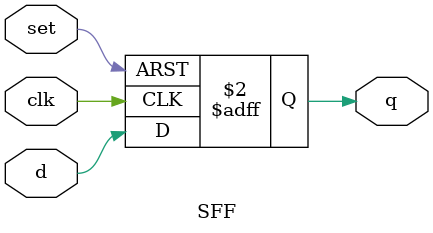
<source format=v>
module SFF(input d, clk, set, output reg q);
always @(posedge clk or posedge set)
    if(set)
	    q <= 1;
	else
	    q <= d;
endmodule
</source>
